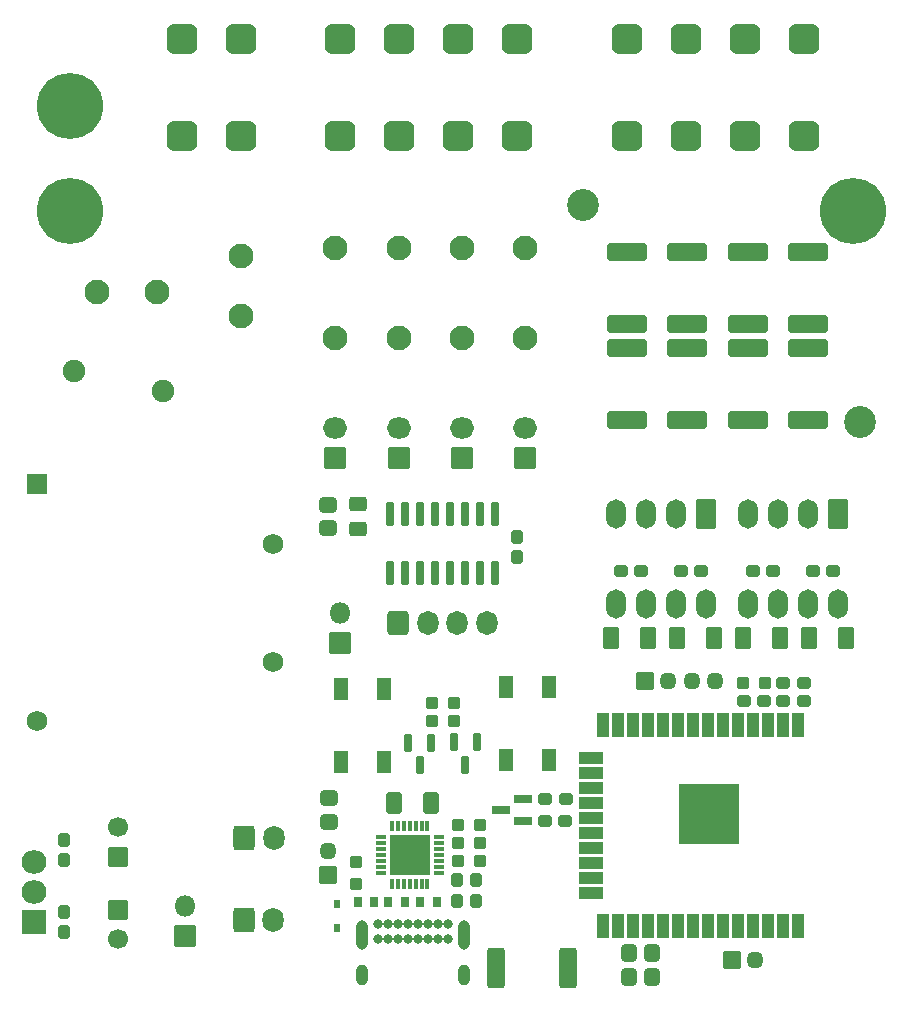
<source format=gts>
G04 #@! TF.GenerationSoftware,KiCad,Pcbnew,(6.0.0)*
G04 #@! TF.CreationDate,2022-02-02T02:52:29+01:00*
G04 #@! TF.ProjectId,hamodule,68616d6f-6475-46c6-952e-6b696361645f,rev?*
G04 #@! TF.SameCoordinates,Original*
G04 #@! TF.FileFunction,Soldermask,Top*
G04 #@! TF.FilePolarity,Negative*
%FSLAX46Y46*%
G04 Gerber Fmt 4.6, Leading zero omitted, Abs format (unit mm)*
G04 Created by KiCad (PCBNEW (6.0.0)) date 2022-02-02 02:52:29*
%MOMM*%
%LPD*%
G01*
G04 APERTURE LIST*
G04 Aperture macros list*
%AMRoundRect*
0 Rectangle with rounded corners*
0 $1 Rounding radius*
0 $2 $3 $4 $5 $6 $7 $8 $9 X,Y pos of 4 corners*
0 Add a 4 corners polygon primitive as box body*
4,1,4,$2,$3,$4,$5,$6,$7,$8,$9,$2,$3,0*
0 Add four circle primitives for the rounded corners*
1,1,$1+$1,$2,$3*
1,1,$1+$1,$4,$5*
1,1,$1+$1,$6,$7*
1,1,$1+$1,$8,$9*
0 Add four rect primitives between the rounded corners*
20,1,$1+$1,$2,$3,$4,$5,0*
20,1,$1+$1,$4,$5,$6,$7,0*
20,1,$1+$1,$6,$7,$8,$9,0*
20,1,$1+$1,$8,$9,$2,$3,0*%
G04 Aperture macros list end*
%ADD10RoundRect,0.287500X-0.237500X0.250000X-0.237500X-0.250000X0.237500X-0.250000X0.237500X0.250000X0*%
%ADD11RoundRect,0.287500X-0.250000X-0.237500X0.250000X-0.237500X0.250000X0.237500X-0.250000X0.237500X0*%
%ADD12RoundRect,0.287500X0.250000X0.237500X-0.250000X0.237500X-0.250000X-0.237500X0.250000X-0.237500X0*%
%ADD13RoundRect,0.300000X0.400000X0.625000X-0.400000X0.625000X-0.400000X-0.625000X0.400000X-0.625000X0*%
%ADD14RoundRect,0.050000X0.850000X0.850000X-0.850000X0.850000X-0.850000X-0.850000X0.850000X-0.850000X0*%
%ADD15O,1.800000X1.800000*%
%ADD16RoundRect,0.300000X-0.412500X-0.650000X0.412500X-0.650000X0.412500X0.650000X-0.412500X0.650000X0*%
%ADD17RoundRect,0.299999X-1.425001X0.450001X-1.425001X-0.450001X1.425001X-0.450001X1.425001X0.450001X0*%
%ADD18C,1.900000*%
%ADD19RoundRect,0.300000X0.450000X-0.325000X0.450000X0.325000X-0.450000X0.325000X-0.450000X-0.325000X0*%
%ADD20RoundRect,0.300000X0.450000X-0.350000X0.450000X0.350000X-0.450000X0.350000X-0.450000X-0.350000X0*%
%ADD21RoundRect,0.300000X-0.600000X-0.750000X0.600000X-0.750000X0.600000X0.750000X-0.600000X0.750000X0*%
%ADD22O,1.800000X2.100000*%
%ADD23RoundRect,0.287500X-0.237500X0.300000X-0.237500X-0.300000X0.237500X-0.300000X0.237500X0.300000X0*%
%ADD24RoundRect,0.287500X0.237500X-0.300000X0.237500X0.300000X-0.237500X0.300000X-0.237500X-0.300000X0*%
%ADD25RoundRect,0.300000X-0.600000X-0.725000X0.600000X-0.725000X0.600000X0.725000X-0.600000X0.725000X0*%
%ADD26O,1.800000X2.050000*%
%ADD27RoundRect,0.050000X1.000000X-0.952500X1.000000X0.952500X-1.000000X0.952500X-1.000000X-0.952500X0*%
%ADD28O,2.100000X2.005000*%
%ADD29RoundRect,0.050000X-0.800000X0.800000X-0.800000X-0.800000X0.800000X-0.800000X0.800000X0.800000X0*%
%ADD30C,1.700000*%
%ADD31RoundRect,0.050000X0.800000X-0.800000X0.800000X0.800000X-0.800000X0.800000X-0.800000X-0.800000X0*%
%ADD32RoundRect,0.050000X0.850000X-0.850000X0.850000X0.850000X-0.850000X0.850000X-0.850000X-0.850000X0*%
%ADD33O,2.050000X1.800000*%
%ADD34C,2.100000*%
%ADD35RoundRect,0.675000X0.625000X0.625000X-0.625000X0.625000X-0.625000X-0.625000X0.625000X-0.625000X0*%
%ADD36C,5.600000*%
%ADD37RoundRect,0.200000X0.150000X-0.825000X0.150000X0.825000X-0.150000X0.825000X-0.150000X-0.825000X0*%
%ADD38RoundRect,0.287500X-0.300000X-0.237500X0.300000X-0.237500X0.300000X0.237500X-0.300000X0.237500X0*%
%ADD39RoundRect,0.287500X0.300000X0.237500X-0.300000X0.237500X-0.300000X-0.237500X0.300000X-0.237500X0*%
%ADD40RoundRect,0.300000X0.412500X0.650000X-0.412500X0.650000X-0.412500X-0.650000X0.412500X-0.650000X0*%
%ADD41RoundRect,0.050000X-0.800000X1.200000X-0.800000X-1.200000X0.800000X-1.200000X0.800000X1.200000X0*%
%ADD42O,1.700000X2.500000*%
%ADD43RoundRect,0.200000X-0.150000X0.587500X-0.150000X-0.587500X0.150000X-0.587500X0.150000X0.587500X0*%
%ADD44RoundRect,0.050000X-0.300000X-0.350000X0.300000X-0.350000X0.300000X0.350000X-0.300000X0.350000X0*%
%ADD45RoundRect,0.050000X0.550000X-0.900000X0.550000X0.900000X-0.550000X0.900000X-0.550000X-0.900000X0*%
%ADD46RoundRect,0.050000X-0.550000X0.900000X-0.550000X-0.900000X0.550000X-0.900000X0.550000X0.900000X0*%
%ADD47RoundRect,0.050000X-0.225000X0.300000X-0.225000X-0.300000X0.225000X-0.300000X0.225000X0.300000X0*%
%ADD48RoundRect,0.050000X0.300000X0.350000X-0.300000X0.350000X-0.300000X-0.350000X0.300000X-0.350000X0*%
%ADD49RoundRect,0.050000X-2.500000X2.500000X-2.500000X-2.500000X2.500000X-2.500000X2.500000X2.500000X0*%
%ADD50RoundRect,0.050000X-0.450000X1.000000X-0.450000X-1.000000X0.450000X-1.000000X0.450000X1.000000X0*%
%ADD51RoundRect,0.050000X-1.000000X-0.450000X1.000000X-0.450000X1.000000X0.450000X-1.000000X0.450000X0*%
%ADD52RoundRect,0.050000X0.675000X-0.675000X0.675000X0.675000X-0.675000X0.675000X-0.675000X-0.675000X0*%
%ADD53O,1.450000X1.450000*%
%ADD54RoundRect,0.200000X0.587500X0.150000X-0.587500X0.150000X-0.587500X-0.150000X0.587500X-0.150000X0*%
%ADD55RoundRect,0.300000X0.350000X0.450000X-0.350000X0.450000X-0.350000X-0.450000X0.350000X-0.450000X0*%
%ADD56RoundRect,0.112500X0.062500X-0.337500X0.062500X0.337500X-0.062500X0.337500X-0.062500X-0.337500X0*%
%ADD57RoundRect,0.112500X0.337500X-0.062500X0.337500X0.062500X-0.337500X0.062500X-0.337500X-0.062500X0*%
%ADD58RoundRect,0.050000X1.675000X-1.675000X1.675000X1.675000X-1.675000X1.675000X-1.675000X-1.675000X0*%
%ADD59RoundRect,0.050000X0.675000X0.675000X-0.675000X0.675000X-0.675000X-0.675000X0.675000X-0.675000X0*%
%ADD60C,0.800000*%
%ADD61O,1.000000X2.500000*%
%ADD62O,1.000000X1.800000*%
%ADD63RoundRect,0.300000X-0.450000X0.350000X-0.450000X-0.350000X0.450000X-0.350000X0.450000X0.350000X0*%
%ADD64RoundRect,0.299999X-0.450001X-1.425001X0.450001X-1.425001X0.450001X1.425001X-0.450001X1.425001X0*%
%ADD65C,2.700000*%
%ADD66RoundRect,0.050000X-0.825000X-0.825000X0.825000X-0.825000X0.825000X0.825000X-0.825000X0.825000X0*%
%ADD67C,1.750000*%
G04 APERTURE END LIST*
D10*
X156456500Y-140571000D03*
X156456500Y-142396000D03*
D11*
X165115500Y-137428900D03*
X166940500Y-137428900D03*
X162918800Y-128638300D03*
X164743800Y-128638300D03*
D12*
X164741200Y-127088900D03*
X162916200Y-127088900D03*
D11*
X189256000Y-125412500D03*
X191081000Y-125412500D03*
D13*
X162829000Y-135593500D03*
X159729000Y-135593500D03*
D14*
X141973300Y-146850100D03*
D15*
X141973300Y-144310100D03*
D16*
X183628500Y-121627900D03*
X186753500Y-121627900D03*
D17*
X179387500Y-88901000D03*
X179387500Y-95001000D03*
X184467500Y-88901000D03*
X184467500Y-95001000D03*
D18*
X132644500Y-99014170D03*
X140144500Y-100647500D03*
D17*
X184467500Y-97011000D03*
X184467500Y-103111000D03*
X179387500Y-97011000D03*
X179387500Y-103111000D03*
D19*
X156654500Y-112331500D03*
X156654500Y-110281500D03*
D20*
X154114500Y-112315500D03*
X154114500Y-110315500D03*
D21*
X147002500Y-138493500D03*
D22*
X149502500Y-138493500D03*
D14*
X155130500Y-121983500D03*
D15*
X155130500Y-119443500D03*
D23*
X131762500Y-144752000D03*
X131762500Y-146477000D03*
D24*
X131762500Y-140381000D03*
X131762500Y-138656000D03*
D25*
X160076500Y-120332500D03*
D26*
X162576500Y-120332500D03*
X165076500Y-120332500D03*
X167576500Y-120332500D03*
D23*
X170116500Y-113002000D03*
X170116500Y-114727000D03*
D27*
X129222500Y-145605500D03*
D28*
X129222500Y-143065500D03*
X129222500Y-140525500D03*
D29*
X136334500Y-144589500D03*
D30*
X136334500Y-147089500D03*
D31*
X136334500Y-140104500D03*
D30*
X136334500Y-137604500D03*
D32*
X154686000Y-106362500D03*
D33*
X154686000Y-103822500D03*
D34*
X154686000Y-96202500D03*
X154686000Y-88582500D03*
D32*
X160083500Y-106343001D03*
D33*
X160083500Y-103803001D03*
D34*
X160083500Y-96183001D03*
X160083500Y-88563001D03*
D32*
X170825500Y-106343001D03*
D33*
X170825500Y-103803001D03*
D34*
X170825500Y-96183001D03*
X170825500Y-88563001D03*
D35*
X155116500Y-70857501D03*
X160116500Y-70857501D03*
X165116500Y-70857501D03*
X170116500Y-70857501D03*
X155116500Y-79057500D03*
X160116500Y-79057500D03*
X165116500Y-79057500D03*
X170116500Y-79057500D03*
X141748500Y-70857501D03*
X146748500Y-70857501D03*
X141748500Y-79057500D03*
X146748500Y-79057500D03*
X179387500Y-70857501D03*
X184387500Y-70857501D03*
X189387500Y-70857501D03*
X194387500Y-70857501D03*
X179387500Y-79057500D03*
X184387500Y-79057500D03*
X189387500Y-79057500D03*
X194387500Y-79057500D03*
D34*
X146748500Y-89217500D03*
X146748500Y-94297500D03*
D36*
X198564500Y-85407500D03*
X132270500Y-85407500D03*
D34*
X134556500Y-92265500D03*
X139636500Y-92265500D03*
D32*
X165428000Y-106343001D03*
D33*
X165428000Y-103803001D03*
D34*
X165428000Y-96183001D03*
X165428000Y-88563001D03*
D36*
X132256500Y-76503500D03*
D37*
X159321500Y-116076500D03*
X160591500Y-116076500D03*
X161861500Y-116076500D03*
X163131500Y-116076500D03*
X164401500Y-116076500D03*
X165671500Y-116076500D03*
X166941500Y-116076500D03*
X168211500Y-116076500D03*
X168211500Y-111126500D03*
X166941500Y-111126500D03*
X165671500Y-111126500D03*
X164401500Y-111126500D03*
X163131500Y-111126500D03*
X161861500Y-111126500D03*
X160591500Y-111126500D03*
X159321500Y-111126500D03*
D38*
X183995000Y-115887500D03*
X185720000Y-115887500D03*
D39*
X191816000Y-115887500D03*
X190091000Y-115887500D03*
D40*
X192341500Y-121627900D03*
X189216500Y-121627900D03*
D16*
X194804500Y-121627900D03*
X197929500Y-121627900D03*
D17*
X194754500Y-97029000D03*
X194754500Y-103129000D03*
X189674500Y-88901000D03*
X189674500Y-95001000D03*
X194754500Y-88901000D03*
X194754500Y-95001000D03*
D41*
X186118500Y-111061500D03*
D42*
X178498500Y-118681500D03*
X183578500Y-111061500D03*
X181038500Y-118681500D03*
X181038500Y-111061500D03*
X183578500Y-118681500D03*
X178498500Y-111061500D03*
X186118500Y-118681500D03*
D41*
X197294500Y-111061500D03*
D42*
X189674500Y-118681500D03*
X194754500Y-111061500D03*
X192214500Y-118681500D03*
X192214500Y-111061500D03*
X194754500Y-118681500D03*
X189674500Y-111061500D03*
X197294500Y-118681500D03*
D17*
X189674500Y-97013300D03*
X189674500Y-103113300D03*
D39*
X180622000Y-115887500D03*
X178897000Y-115887500D03*
D38*
X195171000Y-115887500D03*
X196896000Y-115887500D03*
X192659000Y-125412500D03*
X194384000Y-125412500D03*
D39*
X191018500Y-126936500D03*
X189293500Y-126936500D03*
D43*
X166687500Y-130428000D03*
X164787500Y-130428000D03*
X165737500Y-132303000D03*
D44*
X156633000Y-143918900D03*
X158033000Y-143918900D03*
D21*
X146991700Y-145453100D03*
D22*
X149491700Y-145453100D03*
D45*
X169155500Y-131941500D03*
X169155500Y-125741500D03*
X172855500Y-131941500D03*
X172855500Y-125741500D03*
D46*
X158885500Y-125868500D03*
X158885500Y-132068500D03*
X155185500Y-125868500D03*
X155185500Y-132068500D03*
D23*
X165024900Y-142096300D03*
X165024900Y-143821300D03*
D12*
X166940500Y-140476900D03*
X165115500Y-140476900D03*
D11*
X165115500Y-138952900D03*
X166940500Y-138952900D03*
D23*
X166624900Y-142102800D03*
X166624900Y-143827800D03*
D47*
X154916500Y-144081900D03*
X154916500Y-146181900D03*
D44*
X159233000Y-143918900D03*
X160633000Y-143918900D03*
D48*
X163343000Y-143918900D03*
X161943000Y-143918900D03*
D49*
X186365500Y-136486500D03*
D50*
X193865500Y-128986500D03*
X192595500Y-128986500D03*
X191325500Y-128986500D03*
X190055500Y-128986500D03*
X188785500Y-128986500D03*
X187515500Y-128986500D03*
X186245500Y-128986500D03*
X184975500Y-128986500D03*
X183705500Y-128986500D03*
X182435500Y-128986500D03*
X181165500Y-128986500D03*
X179895500Y-128986500D03*
X178625500Y-128986500D03*
X177355500Y-128986500D03*
D51*
X176355500Y-131771500D03*
X176355500Y-133041500D03*
X176355500Y-134311500D03*
X176355500Y-135581500D03*
X176355500Y-136851500D03*
X176355500Y-138121500D03*
X176355500Y-139391500D03*
X176355500Y-140661500D03*
X176355500Y-141931500D03*
X176355500Y-143201500D03*
D50*
X177355500Y-145986500D03*
X178625500Y-145986500D03*
X179895500Y-145986500D03*
X181165500Y-145986500D03*
X182435500Y-145986500D03*
X183705500Y-145986500D03*
X184975500Y-145986500D03*
X186245500Y-145986500D03*
X187515500Y-145986500D03*
X188785500Y-145986500D03*
X190055500Y-145986500D03*
X191325500Y-145986500D03*
X192595500Y-145986500D03*
X193865500Y-145986500D03*
D43*
X162811500Y-130460000D03*
X160911500Y-130460000D03*
X161861500Y-132335000D03*
D52*
X180911500Y-125222000D03*
D53*
X182911500Y-125222000D03*
X184911500Y-125222000D03*
X186911500Y-125222000D03*
D52*
X188277500Y-148844000D03*
D53*
X190277500Y-148844000D03*
D54*
X170596800Y-137091500D03*
X170596800Y-135191500D03*
X168721800Y-136141500D03*
D55*
X181578000Y-150304500D03*
X179578000Y-150304500D03*
X181578000Y-148272500D03*
X179578000Y-148272500D03*
D56*
X159533000Y-142408900D03*
X160033000Y-142408900D03*
X160533000Y-142408900D03*
X161033000Y-142408900D03*
X161533000Y-142408900D03*
X162033000Y-142408900D03*
X162533000Y-142408900D03*
D57*
X163483000Y-141458900D03*
X163483000Y-140958900D03*
X163483000Y-140458900D03*
X163483000Y-139958900D03*
X163483000Y-139458900D03*
X163483000Y-138958900D03*
X163483000Y-138458900D03*
D56*
X162533000Y-137508900D03*
X162033000Y-137508900D03*
X161533000Y-137508900D03*
X161033000Y-137508900D03*
X160533000Y-137508900D03*
X160033000Y-137508900D03*
X159533000Y-137508900D03*
D57*
X158583000Y-138458900D03*
X158583000Y-138958900D03*
X158583000Y-139458900D03*
X158583000Y-139958900D03*
X158583000Y-140458900D03*
X158583000Y-140958900D03*
X158583000Y-141458900D03*
D58*
X161033000Y-139958900D03*
D38*
X192648500Y-126936500D03*
X194373500Y-126936500D03*
D40*
X181217500Y-121627900D03*
X178092500Y-121627900D03*
D59*
X154106500Y-141633500D03*
D53*
X154106500Y-139633500D03*
D38*
X172480900Y-137093500D03*
X174205900Y-137093500D03*
X172507400Y-135191500D03*
X174232400Y-135191500D03*
D60*
X158316500Y-145763500D03*
X159166500Y-145763500D03*
X160016500Y-145763500D03*
X160866500Y-145763500D03*
X161716500Y-145763500D03*
X162566500Y-145763500D03*
X163416500Y-145763500D03*
X164266500Y-145763500D03*
X159166500Y-147113500D03*
X160866500Y-147113500D03*
X160016500Y-147113500D03*
X158316500Y-147113500D03*
X162566500Y-147113500D03*
X163416500Y-147113500D03*
X164266500Y-147113500D03*
X161716500Y-147113500D03*
D61*
X156966500Y-146743500D03*
X165616500Y-146743500D03*
D62*
X156966500Y-150123500D03*
X165616500Y-150123500D03*
D63*
X154206500Y-135153500D03*
X154206500Y-137153500D03*
D64*
X174438500Y-149567900D03*
X168338500Y-149567900D03*
D65*
X199174100Y-103289100D03*
X175704500Y-84899500D03*
D66*
X129476500Y-108587500D03*
D67*
X129476500Y-128587500D03*
X149476500Y-123587500D03*
X149476500Y-113587500D03*
M02*

</source>
